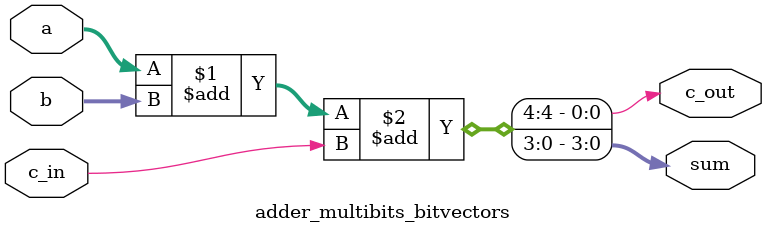
<source format=sv>
module adder_multibits_bitvectors #(
    parameter int COUNT_OF_BITS = 4
) (
    input  logic [COUNT_OF_BITS-1:0] a,
    input  logic [COUNT_OF_BITS-1:0] b,
    input logic c_in,
    output logic c_out,
    output logic [COUNT_OF_BITS-1:0] sum
);
  assign {c_out, sum} = a + b + c_in;
endmodule

</source>
